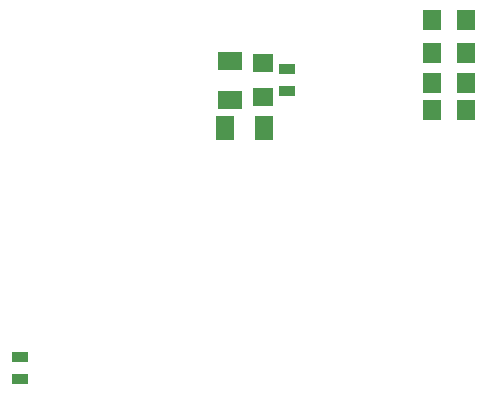
<source format=gtp>
G04 (created by PCBNEW-RS274X (2011-07-08)-stable) date Wed 10 Aug 2011 06:25:48 PM EDT*
G01*
G70*
G90*
%MOIN*%
G04 Gerber Fmt 3.4, Leading zero omitted, Abs format*
%FSLAX34Y34*%
G04 APERTURE LIST*
%ADD10C,0.006000*%
%ADD11R,0.062900X0.070900*%
%ADD12R,0.070900X0.062900*%
%ADD13R,0.055000X0.035000*%
%ADD14R,0.060000X0.080000*%
%ADD15R,0.080000X0.060000*%
G04 APERTURE END LIST*
G54D10*
G54D11*
X65341Y-25000D03*
X66459Y-25000D03*
X65341Y-26100D03*
X66459Y-26100D03*
X65341Y-27100D03*
X66459Y-27100D03*
X65341Y-28000D03*
X66459Y-28000D03*
G54D12*
X59700Y-26441D03*
X59700Y-27559D03*
G54D13*
X51600Y-36975D03*
X51600Y-36225D03*
X60500Y-27375D03*
X60500Y-26625D03*
G54D14*
X59750Y-28600D03*
X58450Y-28600D03*
G54D15*
X58600Y-27650D03*
X58600Y-26350D03*
M02*

</source>
